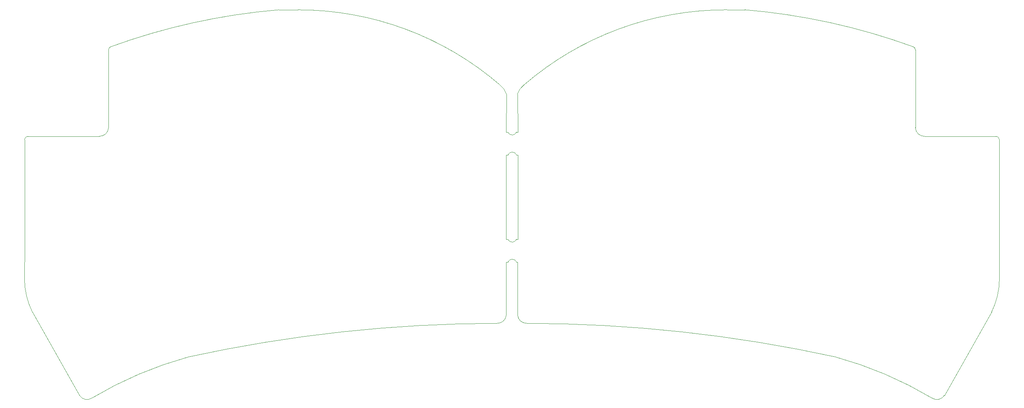
<source format=gbr>
%TF.GenerationSoftware,KiCad,Pcbnew,8.0.8*%
%TF.CreationDate,2025-01-23T20:59:21-05:00*%
%TF.ProjectId,sweepv2.1,73776565-7076-4322-9e31-2e6b69636164,rev?*%
%TF.SameCoordinates,Original*%
%TF.FileFunction,Profile,NP*%
%FSLAX46Y46*%
G04 Gerber Fmt 4.6, Leading zero omitted, Abs format (unit mm)*
G04 Created by KiCad (PCBNEW 8.0.8) date 2025-01-23 20:59:21*
%MOMM*%
%LPD*%
G01*
G04 APERTURE LIST*
%TA.AperFunction,Profile*%
%ADD10C,0.050000*%
%TD*%
G04 APERTURE END LIST*
D10*
X131508500Y-77724000D02*
X131506000Y-89547024D01*
X219998001Y-47763999D02*
X219998045Y-30439419D01*
X226446000Y-107451265D02*
G75*
G02*
X223714000Y-108050000I-1662000J1051265D01*
G01*
X222033002Y-49694917D02*
G75*
G02*
X219998001Y-47763999I-35002J2000917D01*
G01*
X182067777Y-21502679D02*
G75*
G02*
X219563295Y-29758875I-11947277J-143529621D01*
G01*
X132892692Y-38264646D02*
G75*
G02*
X178120389Y-21508122I44973708J-51973454D01*
G01*
X237938000Y-49692000D02*
G75*
G02*
X238688000Y-50442000I0J-750000D01*
G01*
X131466055Y-40278702D02*
G75*
G02*
X132893000Y-38265000I3871945J-1231298D01*
G01*
X133544000Y-91383119D02*
G75*
G02*
X131506294Y-89547021I-59700J1982519D01*
G01*
X219563290Y-29758889D02*
G75*
G02*
X219998002Y-30439419I-315290J-680511D01*
G01*
X202185134Y-98863946D02*
G75*
G02*
X223714000Y-108050000I-22787134J-83226054D01*
G01*
X222033002Y-49694917D02*
X237938000Y-49692000D01*
X133544000Y-91383119D02*
G75*
G02*
X202185136Y-98863939I-578000J-323956281D01*
G01*
X238688000Y-58420000D02*
X238688000Y-66548000D01*
X236953304Y-88858150D02*
X226446000Y-107451265D01*
X238700000Y-81534000D02*
G75*
G02*
X236953327Y-88858162I-16773900J129900D01*
G01*
X182067777Y-21502679D02*
X178120389Y-21508139D01*
X238688000Y-50442000D02*
X238688000Y-58420000D01*
X131466055Y-40278702D02*
X131572000Y-48768000D01*
X129349500Y-48768000D02*
X128960000Y-48768000D01*
X238688000Y-66548000D02*
X238688000Y-75438000D01*
X238688000Y-75438000D02*
X238700000Y-81534000D01*
X129349500Y-72644000D02*
X128960000Y-72644000D01*
X129349500Y-53848000D02*
X128960000Y-53848000D01*
X129349500Y-77724000D02*
X128960000Y-77724000D01*
X131572000Y-53848000D02*
X131572000Y-72644000D01*
X78412223Y-21502679D02*
X82613611Y-21508139D01*
X21792000Y-50442000D02*
X21792000Y-58420000D01*
X128960000Y-77724000D02*
X128975507Y-89545022D01*
X127587000Y-38265000D02*
G75*
G02*
X129013945Y-40278702I-2445000J-3245000D01*
G01*
X128975507Y-89545022D02*
G75*
G02*
X126936000Y-91383122I-1980007J146422D01*
G01*
X40481999Y-47763999D02*
X40481955Y-30439419D01*
X21792000Y-66548000D02*
X21792000Y-73914000D01*
X23526696Y-88858150D02*
X34034000Y-107451265D01*
X40481999Y-47763999D02*
G75*
G02*
X38446998Y-49694917I-1999999J69999D01*
G01*
X40916710Y-29758889D02*
G75*
G02*
X78412223Y-21502679I49442840J-135273371D01*
G01*
X58294866Y-98863946D02*
G75*
G02*
X126936000Y-91383118I69219184J-316475584D01*
G01*
X23526696Y-88858150D02*
G75*
G02*
X21779999Y-81534000I15027154J7454100D01*
G01*
X21792000Y-50442000D02*
G75*
G02*
X22542000Y-49692000I750000J0D01*
G01*
X38446998Y-49694917D02*
X22542000Y-49692000D01*
X21792000Y-58420000D02*
X21792000Y-66548000D01*
X40481955Y-30439419D02*
G75*
G02*
X40916692Y-29758850I750045J19D01*
G01*
X36766000Y-108050000D02*
G75*
G02*
X34034000Y-107451265I-1070000J1650000D01*
G01*
X82613611Y-21508139D02*
G75*
G02*
X127586989Y-38265013I-11J-68729961D01*
G01*
X36766000Y-108050000D02*
G75*
G02*
X58294866Y-98863946I44316000J-74040000D01*
G01*
X21792000Y-73914000D02*
X21780000Y-81534000D01*
X128960000Y-53848000D02*
X128960000Y-72644000D01*
X129013945Y-40278702D02*
X128960000Y-48768000D01*
X131572000Y-72644000D02*
X131254500Y-72644000D01*
X129349501Y-53848000D02*
G75*
G02*
X131254499Y-53848001I952499J-381000D01*
G01*
X131254499Y-72644000D02*
G75*
G02*
X129349501Y-72643999I-952499J381000D01*
G01*
X131254499Y-48768000D02*
G75*
G02*
X129349501Y-48767999I-952499J381000D01*
G01*
X131572000Y-48768000D02*
X131254500Y-48768000D01*
X131572000Y-53848000D02*
X131254500Y-53848000D01*
X131508500Y-77724000D02*
X131254500Y-77724000D01*
X129349501Y-77724000D02*
G75*
G02*
X131254499Y-77724001I952499J-381000D01*
G01*
M02*

</source>
